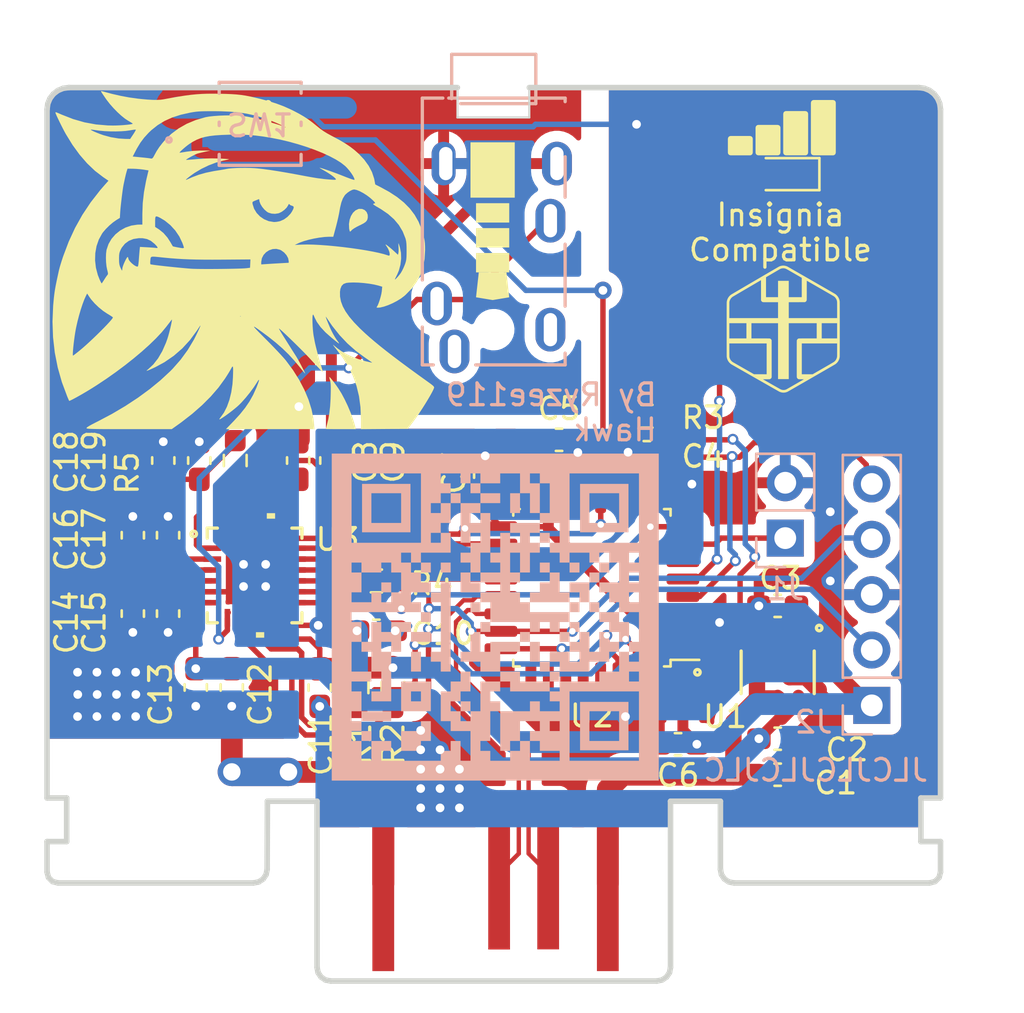
<source format=kicad_pcb>
(kicad_pcb (version 20221018) (generator pcbnew)
  (title_block (title "Hawk") (date "March 2024") (rev "1") (company "Ryzee119"))
  (layers (0 "F.Cu" signal) (31 "B.Cu" signal) (34 "B.Paste" user) (35 "F.Paste" user) (36 "B.SilkS" user "B.Silkscreen") (37 "F.SilkS" user "F.Silkscreen") (38 "B.Mask" user) (39 "F.Mask" user) (44 "Edge.Cuts" user))
  (net 0 "")
  (net 1 "+3V3")
  (net 2 "GND")
  (net 3 "+1V8")
  (net 4 "/NRESET")
  (net 5 "+5V")
  (net 6 "/SWDCLK")
  (net 7 "/I2C1_SCL")
  (net 8 "/I2C1_SDA")
  (net 9 "/USB_DP")
  (net 10 "/UART2_TX")
  (net 11 "/MCLK")
  (net 12 "/!IRQ")
  (net 13 "/BCLK")
  (net 14 "/LPCLK")
  (net 15 "/SDIN")
  (net 16 "/SDOUT")
  (net 17 "Net-(D1-K)")
  (net 18 "Net-(D1-A)")
  (net 19 "GNDA")
  (net 20 "/USB_DN")
  (net 21 "Net-(U3-MICLN)")
  (net 22 "Net-(U3-MICLP)")
  (net 23 "Net-(C9-Pad1)")
  (net 24 "Net-(U3-REF)")
  (net 25 "Net-(U3-PREG)")
  (net 26 "Net-(U3-REG)")
  (net 27 "Net-(U3-MICBIAS)")
  (net 28 "Net-(U3-OUTP)")
  (net 31 "Net-(U3-SDOUT)")
  (net 32 "Net-(U2-PB0)")
  (footprint "Resistor_SMD:R_0603_1608Metric_Pad0.98x0.95mm_HandSolder" (layer "F.Cu") (at 144.0205 109.411 -90)
    (fp_text reference "R2")
    (fp_text value "1.5k")
  )
  (footprint "Capacitor_SMD:C_0603_1608Metric_Pad1.08x0.95mm_HandSolder" (layer "F.Cu") (at 157.1015 112.0115 180)
    (fp_text reference "C6")
    (fp_text value "100nF")
  )
  (footprint "Capacitor_SMD:C_0603_1608Metric_Pad1.08x0.95mm_HandSolder" (layer "F.Cu") (at 161.6735 113.4085)
    (fp_text reference "C1")
    (fp_text value "10uF")
  )
  (footprint "Resistor_SMD:R_0603_1608Metric_Pad0.98x0.95mm_HandSolder" (layer "F.Cu") (at 143.2585 104.5185 180)
    (fp_text reference "R4")
    (fp_text value "150")
  )
  (footprint "Capacitor_SMD:C_0603_1608Metric_Pad1.08x0.95mm_HandSolder" (layer "F.Cu") (at 139.6687 98.991 -90)
    (fp_text reference "C8")
    (fp_text value "1uF")
  )
  (footprint "NetTie:NetTie-2_THT_Pad1.0mm" (layer "F.Cu") (at 139.2245 113.2815 180)
    (fp_text reference "NT1" hide)
    (fp_text value "NetTie_2" hide)
  )
  (footprint "TestPoint:TestPoint_Pad_1.0x1.0mm" (layer "F.Cu") (at 151.141155 117.923795 180)
    (fp_text reference "TP4" hide)
    (fp_text value "USB_DP")
  )
  (footprint "AP7312_1833W6_7:SOT26_DIO" (layer "F.Cu") (at 161.6735 108.7095 -90)
    (fp_text reference "U1")
    (fp_text value "AP7312-1833W6-7")
  )
  (footprint "Capacitor_SMD:C_0603_1608Metric_Pad1.08x0.95mm_HandSolder" (layer "F.Cu") (at 155.6707 98.61 180)
    (fp_text reference "C4")
    (fp_text value "100nF")
  )
  (footprint "Capacitor_SMD:C_0603_1608Metric_Pad1.08x0.95mm_HandSolder" (layer "F.Cu") (at 161.6735 111.7575)
    (fp_text reference "C2")
    (fp_text value "10uF")
  )
  (footprint "Capacitor_SMD:C_0603_1608Metric_Pad1.08x0.95mm_HandSolder" (layer "F.Cu") (at 141.1927 98.991 -90)
    (fp_text reference "C9")
    (fp_text value "1uF")
  )
  (footprint "Capacitor_SMD:C_0603_1608Metric_Pad1.08x0.95mm_HandSolder" (layer "F.Cu") (at 135.1305 98.991 90)
    (fp_text reference "C19")
    (fp_text value "1uF")
  )
  (footprint "Package_QFP:LQFP-32_7x7mm_P0.8mm" (layer "F.Cu") (at 153.1485 104.8295 180)
    (fp_text reference "U2")
    (fp_text value "STM32G431K6Tx")
  )
  (footprint "LOGO" (layer "F.Cu") (at 136.6545 86.9925)
    (fp_text reference "G***")
    (fp_text value "LOGO" hide)
  )
  (footprint "Capacitor_SMD:C_0603_1608Metric_Pad1.08x0.95mm_HandSolder" (layer "F.Cu") (at 133.4795 98.991 90)
    (fp_text reference "C18")
    (fp_text value "1uF")
  )
  (footprint "LED_SMD:LED_0603_1608Metric_Pad1.05x0.95mm_HandSolder" (layer "F.Cu") (at 161.9275 85.8495 180)
    (fp_text reference "D1" hide)
    (fp_text value "LED")
  )
  (footprint "Capacitor_SMD:C_0603_1608Metric_Pad1.08x0.95mm_HandSolder" (layer "F.Cu") (at 140.6591 109.411 -90)
    (fp_text reference "C11")
    (fp_text value "1uF")
  )
  (footprint "Capacitor_SMD:C_0603_1608Metric_Pad1.08x0.95mm_HandSolder" (layer "F.Cu") (at 148.2525 99.6385 90)
    (fp_text reference "C7")
    (fp_text value "100nF")
  )
  (footprint "Capacitor_SMD:C_0603_1608Metric_Pad1.08x0.95mm_HandSolder" (layer "F.Cu") (at 136.6207 109.405 -90)
    (fp_text reference "C12")
    (fp_text value "10uF")
  )
  (footprint "Capacitor_SMD:C_0603_1608Metric_Pad1.08x0.95mm_HandSolder" (layer "F.Cu") (at 132.0825 102.42 90)
    (fp_text reference "C16")
    (fp_text value "1uF")
  )
  (footprint "Capacitor_SMD:C_0603_1608Metric_Pad1.08x0.95mm_HandSolder" (layer "F.Cu") (at 133.6997 106.016 -90)
    (fp_text reference "C15")
    (fp_text value "1uF")
  )
  (footprint "MAX9860:21-0139I_T2444-4_MXM" (layer "F.Cu") (at 137.6705 104.2645)
    (fp_text reference "U3")
    (fp_text value "MAX9860ETG+T")
  )
  (footprint "LOGO" (layer "F.Cu") (at 161.9275 92.9615)
    (fp_text reference "G***" hide)
    (fp_text value "LOGO" hide)
  )
  (footprint "Capacitor_SMD:C_0603_1608Metric_Pad1.08x0.95mm_HandSolder" (layer "F.Cu") (at 161.6735 105.6615 180)
    (fp_text reference "C3")
    (fp_text value "10uF")
  )
  (footprint "Capacitor_SMD:C_0603_1608Metric_Pad1.08x0.95mm_HandSolder" (layer "F.Cu") (at 133.6997 102.42 90)
    (fp_text reference "C17")
    (fp_text value "1uF")
  )
  (footprint "Capacitor_SMD:C_0603_1608Metric_Pad1.08x0.95mm_HandSolder" (layer "F.Cu") (at 151.6405 98.0415)
    (fp_text reference "C5")
    (fp_text value "100nF")
  )
  (footprint "TestPoint:TestPoint_Pad_1.0x1.0mm" (layer "F.Cu") (at 148.890614 117.929844 180)
    (fp_text reference "TP3" hide)
    (fp_text value "USB_DM")
  )
  (footprint "Resistor_SMD:R_0603_1608Metric_Pad0.98x0.95mm_HandSolder" (layer "F.Cu") (at 136.7815 98.991 90)
    (fp_text reference "R5")
    (fp_text value "1.5k")
  )
  (footprint "Capacitor_SMD:C_0603_1608Metric_Pad1.08x0.95mm_HandSolder" (layer "F.Cu") (at 143.2585 106.8045)
    (fp_text reference "C10")
    (fp_text value "1uF")
  )
  (footprint "TestPoint:TestPoint_Pad_1.0x1.0mm" (layer "F.Cu") (at 153.878516 118.421729 180)
    (fp_text reference "TP1" hide)
    (fp_text value "USB_5V")
  )
  (footprint "TestPoint:TestPoint_Pad_1.0x1.0mm" (layer "F.Cu") (at 143.574057 118.421729 180)
    (fp_text reference "TP2" hide)
    (fp_text value "USB_GND")
  )
  (footprint "Capacitor_SMD:C_0603_1608Metric_Pad1.08x0.95mm_HandSolder" (layer "F.Cu") (at 134.9697 109.405 -90)
    (fp_text reference "C13")
    (fp_text value "100nF")
  )
  (footprint "Resistor_SMD:R_0603_1608Metric_Pad0.98x0.95mm_HandSolder" (layer "F.Cu") (at 155.6707 96.959)
    (fp_text reference "R3")
    (fp_text value "150")
  )
  (footprint "Capacitor_SMD:C_0603_1608Metric_Pad1.08x0.95mm_HandSolder" (layer "F.Cu") (at 132.0825 106.016 -90)
    (fp_text reference "C14")
    (fp_text value "1uF")
  )
  (footprint "Resistor_SMD:R_0603_1608Metric_Pad0.98x0.95mm_HandSolder" (layer "F.Cu") (at 142.3695 109.411 -90)
    (fp_text reference "R1")
    (fp_text value "1.5k")
  )
  (footprint "LOGO" (layer "B.Cu") (at 148.7195 106.1695 180)
    (fp_text reference "G***" hide)
    (fp_text value "LOGO" hide)
  )
  (footprint "Connector_PinHeader_2.54mm:PinHeader_1x02_P2.54mm_Vertical" (layer "B.Cu") (at 162.0207 102.552)
    (fp_text reference "J1")
    (fp_text value "UART2")
  )
  (footprint "EVQ_P7A01P:EVQ_P7_PAN" (layer "B.Cu") (at 137.9245 83.541501)
    (fp_text reference "SW1")
    (fp_text value "EVQ-P7A01P")
  )
  (footprint "Connector_PinHeader_2.54mm:PinHeader_1x05_P2.54mm_Vertical" (layer "B.Cu") (at 165.9915 110.2285)
    (fp_text reference "J2")
    (fp_text value "SWD")
  )
  (footprint "54-00298:54-00298" (layer "B.Cu") (at 150.3197 81.301251 180)
    (fp_text reference "J3" hide)
    (fp_text value "54-00298" hide)
  )
  (gr_poly (pts (xy 149.2275 90.358) (xy 149.3545 91.501) (xy 148.5925 91.628) (xy 147.8305 91.501) (xy 147.9575 90.358)) (fill solid) (layer "F.SilkS"))
  (gr_circle (center 163.5785 106.6775) (end 163.7055 106.6775) (stroke (width 0.15)) (fill none) (layer "F.SilkS"))
  (gr_rect (start 147.8305 89.469) (end 149.3545 90.358) (fill solid) (layer "F.SilkS"))
  (gr_rect (start 147.5765 84.389) (end 149.6085 86.929) (fill solid) (layer "F.SilkS"))
  (gr_circle (center 134.8765 102.3595) (end 135.0035 102.3595) (stroke (width 0.15)) (fill none) (layer "F.SilkS"))
  (gr_rect (start 147.8305 87.183) (end 149.3545 88.072) (fill solid) (layer "F.SilkS"))
  (gr_circle (center 157.9905 108.7095) (end 158.1175 108.7095) (stroke (width 0.15)) (fill none) (layer "F.SilkS"))
  (gr_rect (start 147.8305 88.326) (end 149.3545 89.215) (fill solid) (layer "F.SilkS"))
  (gr_line (start 146.9763 81.8765) (end 129.1455 81.8765) (stroke (width 0.254)) (layer "Edge.Cuts"))
  (gr_line (start 159.4313 118.3289) (end 159.6705 118.3765) (stroke (width 0.254)) (layer "Edge.Cuts"))
  (gr_line (start 128.2125 118.1265) (end 128.3955 118.3095) (stroke (width 0.254)) (layer "Edge.Cuts"))
  (gr_line (start 138.1979 117.9907) (end 138.2455 117.7515) (stroke (width 0.254)) (layer "Edge.Cuts"))
  (gr_line (start 150.2763 81.8765) (end 150.2763 83.249) (stroke (width 0.1)) (layer "Edge.Cuts"))
  (gr_line (start 169.1455 114.4765) (end 168.2455 114.4765) (stroke (width 0.254)) (layer "Edge.Cuts"))
  (gr_line (start 168.6455 118.3765) (end 168.8955 118.3095) (stroke (width 0.254)) (layer "Edge.Cuts"))
  (gr_line (start 128.4384 82.1694) (end 128.2795 82.3765) (stroke (width 0.254)) (layer "Edge.Cuts"))
  (gr_line (start 169.0785 118.1265) (end 169.1455 117.8765) (stroke (width 0.254)) (layer "Edge.Cuts"))
  (gr_line (start 169.1114 82.6177) (end 169.0115 82.3765) (stroke (width 0.254)) (layer "Edge.Cuts"))
  (gr_line (start 168.6455 118.3765) (end 159.6705 118.3765) (stroke (width 0.254)) (layer "Edge.Cuts"))
  (gr_line (start 128.2795 82.3765) (end 128.1796 82.6177) (stroke (width 0.254)) (layer "Edge.Cuts"))
  (gr_line (start 137.8597 118.3289) (end 138.0624 118.1934) (stroke (width 0.254)) (layer "Edge.Cuts"))
  (gr_line (start 128.1796 82.6177) (end 128.1455 82.8765) (stroke (width 0.254)) (layer "Edge.Cuts"))
  (gr_line (start 159.2286 118.1934) (end 159.4313 118.3289) (stroke (width 0.254)) (layer "Edge.Cuts"))
  (gr_line (start 128.3955 118.3095) (end 128.6455 118.3765) (stroke (width 0.254)) (layer "Edge.Cuts"))
  (gr_line (start 138.0624 118.1934) (end 138.1979 117.9907) (stroke (width 0.254)) (layer "Edge.Cuts"))
  (gr_line (start 140.5355 114.6265) (end 138.258 114.6265) (stroke (width 0.254)) (layer "Edge.Cuts"))
  (gr_line (start 140.7186 122.6934) (end 140.9213 122.8289) (stroke (width 0.254)) (layer "Edge.Cuts"))
  (gr_line (start 168.6455 82.0105) (end 168.4043 81.9106) (stroke (width 0.254)) (layer "Edge.Cuts"))
  (gr_line (start 140.9213 122.8289) (end 141.1605 122.8765) (stroke (width 0.254)) (layer "Edge.Cuts"))
  (gr_line (start 168.2455 114.4765) (end 168.2455 116.4765) (stroke (width 0.254)) (layer "Edge.Cuts"))
  (gr_line (start 156.5724 122.6934) (end 156.7079 122.4907) (stroke (width 0.254)) (layer "Edge.Cuts"))
  (gr_line (start 156.1305 122.8765) (end 141.1605 122.8765) (stroke (width 0.254)) (layer "Edge.Cuts"))
  (gr_line (start 168.8955 118.3095) (end 169.0785 118.1265) (stroke (width 0.254)) (layer "Edge.Cuts"))
  (gr_line (start 156.7079 122.4907) (end 156.7555 122.2515) (stroke (width 0.254)) (layer "Edge.Cuts"))
  (gr_line (start 137.6205 118.3765) (end 137.8597 118.3289) (stroke (width 0.254)) (layer "Edge.Cuts"))
  (gr_line (start 137.6205 118.3765) (end 128.6455 118.3765) (stroke (width 0.254)) (layer "Edge.Cuts"))
  (gr_line (start 140.5831 122.4907) (end 140.7186 122.6934) (stroke (width 0.254)) (layer "Edge.Cuts"))
  (gr_line (start 159.0455 114.6265) (end 159.0455 117.7515) (stroke (width 0.254)) (layer "Edge.Cuts"))
  (gr_line (start 128.6455 82.0105) (end 128.4384 82.1694) (stroke (width 0.254)) (layer "Edge.Cuts"))
  (gr_line (start 129.1455 81.8765) (end 128.8867 81.9106) (stroke (width 0.254)) (layer "Edge.Cuts"))
  (gr_line (start 129.0455 116.4765) (end 128.1455 116.4765) (stroke (width 0.254)) (layer "Edge.Cuts"))
  (gr_line (start 169.1455 116.4765) (end 168.2455 116.4765) (stroke (width 0.254)) (layer "Edge.Cuts"))
  (gr_line (start 168.1455 81.8765) (end 150.2763 81.8765) (stroke (width 0.254)) (layer "Edge.Cuts"))
  (gr_line (start 156.1305 122.8765) (end 156.3697 122.8289) (stroke (width 0.254)) (layer "Edge.Cuts"))
  (gr_line (start 140.5355 122.2515) (end 140.5831 122.4907) (stroke (width 0.254)) (layer "Edge.Cuts"))
  (gr_line (start 129.0455 114.4765) (end 129.0455 116.4765) (stroke (width 0.254)) (layer "Edge.Cuts"))
  (gr_line (start 168.4043 81.9106) (end 168.1455 81.8765) (stroke (width 0.254)) (layer "Edge.Cuts"))
  (gr_line (start 168.8526 82.1694) (end 168.6455 82.0105) (stroke (width 0.254)) (layer "Edge.Cuts"))
  (gr_line (start 128.8867 81.9106) (end 128.6455 82.0105) (stroke (width 0.254)) (layer "Edge.Cuts"))
  (gr_line (start 128.1455 82.8765) (end 128.1455 114.4765) (stroke (width 0.254)) (layer "Edge.Cuts"))
  (gr_line (start 150.2763 83.249) (end 146.9763 83.249) (stroke (width 0.1)) (layer "Edge.Cuts"))
  (gr_line (start 128.1455 117.8765) (end 128.2125 118.1265) (stroke (width 0.254)) (layer "Edge.Cuts"))
  (gr_line (start 146.9763 83.249) (end 146.9763 81.8765) (stroke (width 0.1)) (layer "Edge.Cuts"))
  (gr_line (start 156.3697 122.8289) (end 156.5724 122.6934) (stroke (width 0.254)) (layer "Edge.Cuts"))
  (gr_line (start 138.258 114.6265) (end 138.2455 117.7515) (stroke (width 0.254)) (layer "Edge.Cuts"))
  (gr_line (start 159.0455 114.6265) (end 156.7555 114.6265) (stroke (width 0.254)) (layer "Edge.Cuts"))
  (gr_line (start 129.0455 114.4765) (end 128.1455 114.4765) (stroke (width 0.254)) (layer "Edge.Cuts"))
  (gr_line (start 128.1455 116.4765) (end 128.1455 117.8765) (stroke (width 0.254)) (layer "Edge.Cuts"))
  (gr_line (start 156.7555 114.6265) (end 156.7555 122.2515) (stroke (width 0.254)) (layer "Edge.Cuts"))
  (gr_line (start 140.5355 114.6265) (end 140.5355 122.2515) (stroke (width 0.254)) (layer "Edge.Cuts"))
  (gr_line (start 169.1455 82.8765) (end 169.1114 82.6177) (stroke (width 0.254)) (layer "Edge.Cuts"))
  (gr_line (start 159.0931 117.9907) (end 159.2286 118.1934) (stroke (width 0.254)) (layer "Edge.Cuts"))
  (gr_line (start 169.1455 82.8765) (end 169.1455 114.4765) (stroke (width 0.254)) (layer "Edge.Cuts"))
  (gr_line (start 169.1455 116.4765) (end 169.1455 117.8765) (stroke (width 0.254)) (layer "Edge.Cuts"))
  (gr_line (start 169.0115 82.3765) (end 168.8526 82.1694) (stroke (width 0.254)) (layer "Edge.Cuts"))
  (gr_line (start 159.0455 117.7515) (end 159.0931 117.9907) (stroke (width 0.254)) (layer "Edge.Cuts"))
  (gr_text "JLCJLCJLCJLC" (at 168.6585 113.7895) (layer "B.SilkS") (effects (font (size 1 1)) (justify left bottom mirror)))
  (gr_text "By Ryzee119\nHawk" (at 156.2125 98.1685) (layer "B.SilkS") (effects (font (size 1 1)) (justify left bottom mirror)))
  (gr_text "↑" (at 137.1625 83.9445) (layer "F.SilkS") (effects (font (size 1.5 1.5) (thickness 0.3) bold) (justify left bottom)))
  (gr_text "Insignia\nCompatible" (at 161.8005 89.9135) (layer "F.SilkS") (effects (font (size 1 1)) (justify bottom)))
  (segment (start 138.6134 107.1855) (end 140.2105 107.1855) (width 0.25) (layer "F.Cu") (net 1))
  (segment (start 138.420501 106.2584) (end 138.420501 106.538501) (width 0.25) (layer "F.Cu") (net 1))
  (segment (start 156.560327 107.6295) (end 157.3235 107.6295) (width 0.5) (layer "F.Cu") (net 1))
  (segment (start 138.420501 106.538501) (end 138.4325 106.5505) (width 0.25) (layer "F.Cu") (net 1))
  (segment (start 148.2525 100.501) (end 148.2525 101.3085) (width 0.25) (layer "F.Cu") (net 1))
  (segment (start 162.623501 107.5095) (end 163.08 107.5095) (width 0.75) (layer "F.Cu") (net 1))
  (segment (start 140.6591 108.5485) (end 142.3195 108.5485) (width 1) (layer "F.Cu") (net 1))
  (segment (start 138.420501 106.2584) (end 138.420501 106.992601) (width 0.25) (layer "F.Cu") (net 1))
  (segment (start 157.3235 111.371) (end 157.3235 107.6295) (width 0.5) (layer "F.Cu") (net 1))
  (segment (start 151.0725 102.0295) (end 151.1485 102.1055) (width 0.25) (layer "F.Cu") (net 1))
  (segment (start 151.1485 100.6545) (end 151.1485 98.412) (width 0.5) (layer "F.Cu") (net 1))
  (segment (start 151.1485 102.1215) (end 156.1235 107.0965) (width 0.5) (layer "F.Cu") (net 1))
  (segment (start 151.1485 98.412) (end 150.778 98.0415) (width 0.5) (layer "F.Cu") (net 1))
  (segment (start 151.1485 102.1055) (end 151.1485 102.1215) (width 0.5) (layer "F.Cu") (net 1))
  (segment (start 162.623501 107.5095) (end 162.623501 105.749001) (width 0.75) (layer "F.Cu") (net 1))
  (segment (start 157.964 112.0115) (end 157.3235 111.371) (width 0.5) (layer "F.Cu") (net 1))
  (segment (start 140.6591 107.6341) (end 140.6591 108.5485) (width 0.25) (layer "F.Cu") (net 1))
  (segment (start 142.3695 108.4985) (end 144.0205 108.4985) (width 1) (layer "F.Cu") (net 1))
  (segment (start 162.623501 105.749001) (end 162.536 105.6615) (width 0.75) (layer "F.Cu") (net 1))
  (segment (start 140.6696 108.559) (end 140.6591 108.5485) (width 0.25) (layer "F.Cu") (net 1))
  (segment (start 148.9735 102.0295) (end 151.0725 102.0295) (width 0.25) (layer "F.Cu") (net 1))
  (segment (start 144.0205 108.4555) (end 144.0205 108.4985) (width 1) (layer "F.Cu") (net 1))
  (segment (start 156.1235 107.0965) (end 156.1235 107.192673) (width 0.5) (layer "F.Cu") (net 1))
  (segment (start 142.3195 108.5485) (end 142.3695 108.4985) (width 0.25) (layer "F.Cu") (net 1))
  (segment (start 163.08 107.5095) (end 165.7375 110.167) (width 0.75) (layer "F.Cu") (net 1))
  (segment (start 148.2525 101.3085) (end 148.9735 102.0295) (width 0.25) (layer "F.Cu") (net 1))
  (segment (start 140.2105 107.1855) (end 140.6591 107.6341) (width 0.25) (layer "F.Cu") (net 1))
  (segment (start 151.1485 100.6545) (end 151.1485 102.1055) (width 0.5) (layer "F.Cu") (net 1))
  (segment (start 156.1235 107.192673) (end 156.560327 107.6295) (width 0.5) (layer "F.Cu") (net 1))
  (segment (start 138.420501 106.992601) (end 138.6134 107.1855) (width 0.25) (layer "F.Cu") (net 1))
  (via (at 144.0205 108.4985) (size 0.8) (drill 0.4) (layers "F.Cu" "B.Cu") (net 1))
  (via (at 157.964 112.0115) (size 0.8) (drill 0.4) (layers "F.Cu" "B.Cu") (net 1))
  (segment (start 157.964 112.0115) (end 157.864 111.9115) (width 0.5) (layer "B.Cu") (net 1))
  (segment (start 158.959944 111.9115) (end 160.704444 110.167) (width 1) (layer "B.Cu") (net 1))
  (segment (start 157.864 111.9115) (end 156.9745 111.9115) (width 0.5) (layer "B.Cu") (net 1))
  (segment (start 144.0205 108.4985) (end 146.127135 108.4985) (width 1) (layer "B.Cu") (net 1))
  (segment (start 156.9745 111.9115) (end 158.959944 111.9115) (width 1) (layer "B.Cu") (net 1))
  (segment (start 160.704444 110.167) (end 165.7375 110.167) (width 1) (layer "B.Cu") (net 1))
  (segment (start 146.127135 108.4985) (end 149.540135 111.9115) (width 1) (layer "B.Cu") (net 1))
  (segment (start 149.540135 111.9115) (end 156.9745 111.9115) (width 1) (layer "B.Cu") (net 1))
  (segment (start 163.552 109.510917) (end 163.552 110.7415) (width 0.75) (layer "F.Cu") (net 2))
  (segment (start 162.223501 108.9345) (end 162.975583 108.9345) (width 0.75) (layer "F.Cu") (net 2))
  (segment (start 139.2245 113.2815) (end 140.7185 113.2815) (width 1) (layer "F.Cu") (net 2))
  (segment (start 160.9115 105.7885) (end 160.9115 105.762) (width 0.75) (layer "F.Cu") (net 2))
  (segment (start 160.9115 105.762) (end 160.811 105.6615) (width 0.75) (layer "F.Cu") (net 2))
  (segment (start 161.6735 106.524) (end 160.938 105.7885) (width 0.75) (layer "F.Cu") (net 2))
  (segment (start 151.9485 100.6545) (end 151.9485 99.177) (width 0.5) (layer "F.Cu") (net 2))
  (segment (start 151.9485 99.177) (end 152.503 98.6225) (width 0.5) (layer "F.Cu") (net 2))
  (segment (start 139.216899 106.554799) (end 138.9205 106.2584) (width 0.25) (layer "F.Cu") (net 2))
  (segment (start 162.536 113.4085) (end 162.536 111.7575) (width 1) (layer "F.Cu") (net 2))
  (segment (start 161.673501 108.3845) (end 162.223501 108.9345) (width 0.75) (layer "F.Cu") (net 2))
  (segment (start 160.938 105.7885) (end 160.9115 105.7885) (width 0.75) (layer "F.Cu") (net 2))
  (segment (start 143.574057 118.421729) (end 143.574057 114.6785) (width 1) (layer "F.Cu") (net 2))
  (segment (start 163.552 110.7415) (end 162.536 111.7575) (width 0.75) (layer "F.Cu") (net 2))
  (segment (start 161.6735 107.5095) (end 161.6735 106.524) (width 0.75) (layer "F.Cu") (net 2))
  (segment (start 162.975583 108.9345) (end 163.552 109.510917) (width 0.75) (layer "F.Cu") (net 2))
  (segment (start 161.6735 107.5095) (end 161.673501 108.3845) (width 0.75) (layer "F.Cu") (net 2))
  (segment (start 140.587201 106.554799) (end 139.216899 106.554799) (width 0.25) (layer "F.Cu") (net 2))
  (segment (start 143.574057 118.421729) (end 143.574057 114.837057) (width 1) (layer "F.Cu") (net 2))
  (via (at 146.1795 112.2655) (size 0.8) (drill 0.4) (layers "F.Cu" "B.Cu") (net 2))
  (via (at 152.503 98.6225) (size 0.8) (drill 0.4) (layers "F.Cu" "B.Cu") (net 2))
  (via (at 145.2905 112.2655) (size 0.8) (drill 0.4) (layers "F.Cu" "B.Cu") (net 2))
  (via (at 159.0065 106.4235) (size 0.8) (drill 0.4) (layers "F.Cu" "B.Cu") (net 2))
  (via (at 154.6885 110.7415) (size 0.8) (drill 0.4) (layers "F.Cu" "B.Cu") (net 2))
  (via (at 147.0685 114.9325) (size 0.8) (drill 0.4) (layers "F.Cu" "B.Cu") (net 2))
  (via (at 154.8082 98.61) (size 0.8) (drill 0.4) (layers "F.Cu" "B.Cu") (net 2))
  (via (at 164.0865 104.5185) (size 0.8) (drill 0.4) (layers "F.Cu" "B.Cu") (net 2))
  (via (at 145.2905 113.1545) (size 0.8) (drill 0.4) (layers "F.Cu" "B.Cu") (net 2))
  (via (at 145.2905 114.0435) (size 0.8) (drill 0.4) (layers "F.Cu" "B.Cu") (net 2))
  (via (at 140.6591 110.2735) (size 0.8) (drill 0.4) (layers "F.Cu" "B.Cu") (net 2))
  (via (at 146.1795 113.1545) (size 0.8) (drill 0.4) (layers "F.Cu" "B.Cu") (net 2))
  (via (at 146.1795 114.9325) (size 0.8) (drill 0.4) (layers "F.Cu" "B.Cu") (net 2))
  (via (at 146.1795 114.0435) (size 0.8) (drill 0.4) (layers "F.Cu" "B.Cu") (net 2))
  (via (at 140.587201 106.554799) (size 0.8) (drill 0.4) (layers "F.Cu" "B.Cu") (net 2))
  (via (at 155.1965 83.5635) (size 0.8) (drill 0.4) (layers "F.Cu" "B.Cu") (net 2))
  (via (at 145.2905 114.9325) (size 0.8) (drill 0.4) (layers "F.Cu" "B.Cu") (net 2))
  (via (at 157.7365 100.0735) (size 0.8) (drill 0.4) (layers "F.Cu" "B.Cu") (net 2))
  (via (at 148.2525 98.776) (size 0.8) (drill 0.4) (layers "F.Cu" "B.Cu") (net 2))
  (via (at 147.0685 113.1545) (size 0.8) (drill 0.4) (layers "F.Cu" "B.Cu") (net 2))
  (via (at 147.0685 114.0435) (size 0.8) (drill 0.4) (layers "F.Cu" "B.Cu") (net 2))
  (via (at 164.0865 101.3435) (size 0.8) (drill 0.4) (layers "F.Cu" "B.Cu") (net 2))
  (via (at 145.2905 111.3765) (size 0.8) (drill 0.4) (layers "F.Cu" "B.Cu") (net 2))
  (via (at 160.811 105.6615) (size 0.8) (drill 0.4) (layers "F.Cu" "B.Cu") (net 2))
  (via (at 144.121 106.8045) (size 0.8) (drill 0.4) (layers "F.Cu" "B.Cu") (net 2))
  (segment (start 150.562841 83.5635) (end 150.452341 83.674) (width 0.25) (layer "B.Cu") (net 2))
  (segment (start 155.1965 83.5635) (end 150.562841 83.5635) (width 0.25) (layer "B.Cu") (net 2))
  (segment (start 140.829 83.674) (end 139.9565 82.8015) (width 0.25) (layer "B.Cu") (net 2))
  (segment (start 150.452341 83.674) (end 140.829 83.674) (width 0.25) (layer "B.Cu") (net 2))
  (segment (start 141.8615 82.8015) (end 134.1145 82.8015) (width 1) (layer "B.Cu") (net 2))
  (segment (start 140.439341 82.5475) (end 139.9565 82.5475) (width 0.25) (layer "B.Cu") (net 2))
  (segment (start 136.6207 108.5425) (end 134.9697 108.5425) (width 0.5) (layer "F.Cu") (net 3))
  (segment (start 162.623501 109.9095) (end 162.623501 110.126225) (width 0.5) (layer "F.Cu") (net 3))
  (segment (start 160.7845 111.7575) (end 160.7845 111.784) (width 0.25) (layer "F.Cu") (net 3))
  (segment (start 160.811 111.7575) (end 160.811 111.7575) (width 0.25) (layer "F.Cu") (net 3))
  (segment (start 141.8615 106.8045) (end 142.3695 106.8045) (width 0.25) (layer "F.Cu") (net 3))
  (segment (start 134.9697 108.5425) (end 134.9697 108.4217) (width 0.25) (layer "F.Cu") (net 3))
  (segment (start 162.623501 110.126225) (end 161.881226 110.8685) (width 0.5) (layer "F.Cu") (net 3))
  (segment (start 134.8765 108.3285) (end 134.9697 108.2353) (width 0.25) (layer "F.Cu") (net 3))
  (segment (start 142.3695 106.8045) (end 142.396 106.8045) (width 0.25) (layer "F.Cu") (net 3))
  (segment (start 161.7 110.8685) (end 160.811 111.7575) (width 0.5) (layer "F.Cu") (net 3))
  (segment (start 161.881226 110.8685) (end 161.7 110.8685) (width 0.5) (layer "F.Cu") (net 3))
  (segment (start 140.5715 105.5145) (end 141.8615 106.8045) (width 0.25) (layer "F.Cu") (net 3))
  (segment (start 135.1505 105.5145) (end 135.6766 105.5145) (width 0.25) (layer "F.Cu") (net 3))
  (segment (start 134.9697 108.2353) (end 134.9697 105.6953) (width 0.25) (layer "F.Cu") (net 3))
  (segment (start 136.6267 108.5485) (end 136.6207 108.5425) (width 0.25) (layer "F.Cu") (net 3))
  (segment (start 134.9697 108.4217) (end 134.8765 108.3285) (width 0.25) (layer "F.Cu") (net 3))
  (segment (start 160.811 111.7575) (end 160.7845 111.7575) (width 0.25) (layer "F.Cu") (net 3))
  (segment (start 134.9697 105.6953) (end 135.1505 105.5145) (width 0.25) (layer "F.Cu") (net 3))
  (segment (start 140.5715 105.5145) (end 139.6644 105.5145) (width 0.25) (layer "F.Cu") (net 3))
  (via (at 142.3695 106.8045) (size 0.8) (drill 0.4) (layers "F.Cu" "B.Cu") (net 3))
  (via (at 134.9697 108.5425) (size 0.8) (drill 0.4) (layers "F.Cu" "B.Cu") (net 3))
  (via (at 160.811 111.7575) (size 0.8) (drill 0.4) (layers "F.Cu" "B.Cu") (net 3))
  (segment (start 140.8055 108.5425) (end 141.9615 109.6985) (width 1) (layer "B.Cu") (net 3))
  (segment (start 141.9615 109.6985) (end 142.2425 109.9795) (width 1) (layer "B.Cu") (net 3))
  (segment (start 142.3695 106.8045) (end 142.3695 109.2905) (width 1) (layer "B.Cu") (net 3))
  (segment (start 142.2425 109.9795) (end 145.72779 109.9795) (width 1) (layer "B.Cu") (net 3))
  (segment (start 145.72779 109.9795) (end 148.85979 113.1115) (width 1) (layer "B.Cu") (net 3))
  (segment (start 134.9697 108.5425) (end 140.8055 108.5425) (width 1) (layer "B.Cu") (net 3))
  (segment (start 142.3695 109.2905) (end 141.9615 109.6985) (width 1) (layer "B.Cu") (net 3))
  (segment (start 148.85979 113.1115) (end 159.457 113.1115) (width 1) (layer "B.Cu") (net 3))
  (segment (start 159.457 113.1115) (end 160.811 111.7575) (width 1) (layer "B.Cu") (net 3))
  (segment (start 165.7375 99.1845) (end 164.7215 98.1685) (width 0.25) (layer "F.Cu") (net 4))
  (segment (start 165.7375 100.007) (end 165.7375 99.1845) (width 0.25) (layer "F.Cu") (net 4))
  (segment (start 156.7602 98.837) (end 156.5332 98.61) (width 0.25) (layer "F.Cu") (net 4))
  (segment (start 158.095172 105.2295) (end 157.3235 105.2295) (width 0.25) (layer "F.Cu") (net 4))
  (segment (start 164.7215 98.1685) (end 160.594 98.1685) (width 0.25) (layer "F.Cu") (net 4))
  (segment (start 157.3235 105.2295) (end 157.909896 105.2295) (width 0.25) (layer "F.Cu") (net 4))
  (segment (start 159.9255 98.837) (end 156.7602 98.837) (width 0.25) (layer "F.Cu") (net 4))
  (segment (start 159.731836 103.592836) (end 158.095172 105.2295) (width 0.25) (layer "F.Cu") (net 4))
  (segment (start 160.594 98.1685) (end 159.9255 98.837) (width 0.25) (layer "F.Cu") (net 4))
  (via micro (at 159.581 98.8035) (size 0.5) (drill 0.3) (layers "F.Cu" "B.Cu") (net 4))
  (via micro (at 159.731836 103.592836) (size 0.5) (drill 0.3) (layers "F.Cu" "B.Cu") (net 4))
  (segment (start 159.481 98.9035) (end 159.581 98.8035) (width 0.25) (layer "B.Cu") (net 4))
  (segment (start 159.481 103.065327) (end 159.481 98.9035) (width 0.25) (layer "B.Cu") (net 4))
  (segment (start 159.731836 103.316163) (end 159.481 103.065327) (width 0.25) (layer "B.Cu") (net 4))
  (segment (start 159.731836 103.592836) (end 159.731836 103.316163) (width 0.25) (layer "B.Cu") (net 4))
  (segment (start 160.723499 109.9095) (end 160.723499 107.5095) (width 0.75) (layer "F.Cu") (net 5))
  (segment (start 160.723499 109.9095) (end 161.6735 109.9095) (width 0.75) (layer "F.Cu") (net 5))
  (segment (start 157.6657 98.0415) (end 156.5832 96.959) (width 0.25) (layer "F.Cu") (net 5))
  (segment (start 160.811 113.4085) (end 159.6415 113.4085) (width 1) (layer "F.Cu") (net 5))
  (segment (start 159.591033 98.0415) (end 157.6657 98.0415) (width 0.25) (layer "F.Cu") (net 5))
  (segment (start 159.9485 104.231773) (end 159.9485 106.734501) (width 0.25) (layer "F.Cu") (net 5))
  (segment (start 159.6415 110.991499) (end 159.6415 113.4085) (width 0.75) (layer "F.Cu") (net 5))
  (segment (start 160.619676 103.560597) (end 159.9485 104.231773) (width 0.25) (layer "F.Cu") (net 5))
  (segment (start 160.619676 103.4045) (end 160.619676 103.560597) (width 0.25) (layer "F.Cu") (net 5))
  (segment (start 160.723499 109.9095) (end 159.6415 110.991499) (width 0.75) (layer "F.Cu") (net 5))
  (segment (start 159.6415 113.4085) (end 154.5615 113.4085) (width 1) (layer "F.Cu") (net 5))
  (segment (start 159.9485 106.734501) (end 160.723499 107.5095) (width 0.25) (layer "F.Cu") (net 5))
  (segment (start 154.5615 113.4085) (end 153.878516 114.091484) (width 1) (layer "F.Cu") (net 5))
  (segment (start 159.615036 98.017497) (end 159.591033 98.0415) (width 0.25) (layer "F.Cu") (net 5))
  (segment (start 153.878516 118.421729) (end 153.878516 114.091484) (width 1) (layer "F.Cu") (net 5))
  (via micro (at 160.619676 103.4045) (size 0.5) (drill 0.3) (layers "F.Cu" "B.Cu") (net 5))
  (via micro (at 159.615036 98.017497) (size 0.5) (drill 0.3) (layers "F.Cu" "B.Cu") (net 5))
  (segment (start 160.619676 103.248403) (end 160.186 102.814727) (width 0.25) (layer "B.Cu") (net 5))
  (segment (start 160.186 102.814727) (end 160.186 98.5529) (width 0.25) (layer "B.Cu") (net 5))
  (segment (start 160.619676 103.4045) (end 160.619676 103.248403) (width 0.25) (layer "B.Cu") (net 5))
  (segment (start 159.650597 98.017497) (end 159.615036 98.017497) (width 0.25) (layer "B.Cu") (net 5))
  (segment (start 160.186 98.5529) (end 159.650597 98.017497) (width 0.25) (layer "B.Cu") (net 5))
  (segment (start 151.7675 107.6295) (end 148.9735 107.6295) (width 0.25) (layer "F.Cu") (net 6))
  (via micro (at 151.7675 107.6295) (size 0.5) (drill 0.3) (layers "F.Cu" "B.Cu") (net 6))
  (segment (start 152.3061 107.6295) (end 155.0336 104.902) (width 0.25) (layer "B.Cu") (net 6))
  (segment (start 155.0336 104.902) (end 163.2 104.902) (width 0.25) (layer "B.Cu") (net 6))
  (segment (start 163.2 104.902) (end 165.7375 107.4395) (width 0.25) (layer "B.Cu") (net 6))
  (segment (start 165.7375 107.4395) (end 165.7375 107.627) (width 0.25) (layer "B.Cu") (net 6))
  (segment (start 151.7675 107.6295) (end 152.3061 107.6295) (width 0.25) (layer "B.Cu") (net 6))
  (segment (start 139.6445 107.6355) (end 138.427004 107.6355) (width 0.25) (layer "F.Cu") (net 7))
  (segment (start 144.674 109.511) (end 143.182 109.511) (width 0.25) (layer "F.Cu") (net 7))
  (segment (start 141.594 111.136) (end 140.188605 111.136) (width 0.25) (layer "F.Cu") (net 7))
  (segment (start 155.1485 107.6455) (end 155.1485 109.0045) (width 0.25) (layer "F.Cu") (net 7))
  (segment (start 139.8295 107.8205) (end 139.6445 107.6355) (width 0.25) (layer "F.Cu") (net 7))
  (segment (start 140.188605 111.136) (end 139.8295 110.776895) (width 0.25) (layer "F.Cu") (net 7))
  (segment (start 139.8295 110.776895) (end 139.8295 107.8205) (width 0.25) (layer "F.Cu") (net 7))
  (segment (start 142.3695 110.3605) (end 141.594 111.136) (width 0.25) (layer "F.Cu") (net 7))
  (segment (start 154.6885 107.1855) (end 155.1485 107.6455) (width 0.25) (layer "F.Cu") (net 7))
  (segment (start 145.0365 109.1485) (end 144.674 109.511) (width 0.25) (layer "F.Cu") (net 7))
  (segment (start 145.0365 107.4395) (end 145.0365 109.1485) (width 0.25) (layer "F.Cu") (net 7))
  (segment (start 138.427004 107.6355) (end 137.9205 107.128996) (width 0.25) (layer "F.Cu") (net 7))
  (segment (start 137.9205 107.128996) (end 137.9205 106.2584) (width 0.25) (layer "F.Cu") (net 7))
  (segment (start 142.3695 110.3235) (end 142.3695 110.3605) (width 0.25) (layer "F.Cu") (net 7))
  (segment (start 143.182 109.511) (end 142.3695 110.3235) (width 0.25) (layer "F.Cu") (net 7))
  (via micro (at 145.0365 107.4395) (size 0.5) (drill 0.3) (layers "F.Cu" "B.Cu") (net 7))
  (via micro (at 154.6885 107.1855) (size 0.5) (drill 0.3) (layers "F.Cu" "B.Cu") (net 7))
  (segment (start 147.633627 108.7785) (end 153.0955 108.7785) (width 0.25) (layer "B.Cu") (net 7))
  (segment (start 145.0365 107.4395) (end 146.294627 107.4395) (width 0.25) (layer "B.Cu") (net 7))
  (segment (start 146.294627 107.4395) (end 147.633627 108.7785) (width 0.25) (layer "B.Cu") (net 7))
  (segment (start 153.0955 108.7785) (end 154.6885 107.1855) (width 0.25) (layer "B.Cu") (net 7))
  (segment (start 139.3795 108.3865) (end 139.3795 110.963291) (width 0.25) (layer "F.Cu") (net 8))
  (segment (start 153.832399 107.011887) (end 153.832399 107.599399) (width 0.25) (layer "F.Cu") (net 8))
  (segment (start 145.651 106.709934) (end 145.651 109.619) (width 0.25) (layer "F.Cu") (net 8))
  (segment (start 137.4205 106.2584) (end 137.4205 107.4435) (width 0.25) (layer "F.Cu") (net 8))
  (segment (start 139.3795 110.963291) (end 140.002209 111.586) (width 0.25) (layer "F.Cu") (net 8))
  (segment (start 138.1785 108.2015) (end 139.1945 108.2015) (width 0.25) (layer "F.Cu") (net 8))
  (segment (start 140.002209 111.586) (end 141.780396 111.586) (width 0.25) (layer "F.Cu") (net 8))
  (segment (start 153.832399 107.599399) (end 154.3485 108.1155) (width 0.25) (layer "F.Cu") (net 8))
  (segment (start 142.8405 111.5035) (end 144.0205 110.3235) (width 0.25) (layer "F.Cu") (net 8))
  (segment (start 141.780396 111.586) (end 141.862896 111.5035) (width 0.25) (layer "F.Cu") (net 8))
  (segment (start 139.1945 108.2015) (end 139.3795 108.3865) (width 0.25) (layer "F.Cu") (net 8))
  (segment (start 144.9465 110.3235) (end 144.0205 110.3235) (width 0.25) (layer "F.Cu") (net 8))
  (segment (start 145.651 109.619) (end 144.9465 110.3235) (width 0.25) (layer "F.Cu") (net 8))
  (segment (start 154.3485 108.1155) (end 154.3485 109.0045) (width 0.25) (layer "F.Cu") (net 8))
  (segment (start 137.4205 107.4435) (end 138.1785 108.2015) (width 0.25) (layer "F.Cu") (net 8))
  (segment (start 141.862896 111.5035) (end 142.8405 111.5035) (width 0.25) (layer "F.Cu") (net 8))
  (via micro (at 145.651 106.709934) (size 0.5) (drill 0.3) (layers "F.Cu" "B.Cu") (net 8))
  (via micro (at 153.832399 107.011887) (size 0.5) (drill 0.3) (layers "F.Cu" "B.Cu") (net 8))
  (segment (start 152.515786 108.3285) (end 153.832399 107.011887) (width 0.25) (layer "B.Cu") (net 8))
  (segment (start 146.338934 106.709934) (end 147.9575 108.3285) (width 0.25) (layer "B.Cu") (net 8))
  (segment (start 147.9575 108.3285) (end 152.515786 108.3285) (width 0.25) (layer "B.Cu") (net 8))
  (segment (start 145.651 106.709934) (end 146.338934 106.709934) (width 0.25) (layer "B.Cu") (net 8))
  (segment (start 146.9125 106.3897) (end 147.4477 105.8545) (width 0.2) (layer "F.Cu") (net 9))
  (segment (start 151.141155 117.923795) (end 150.24391 117.02655) (width 0.2) (layer "F.Cu") (net 9))
  (segment (start 147.673499 105.8545) (end 147.848499 106.0295) (width 0.2) (layer "F.Cu") (net 9))
  (segment (start 150.24391 111.94771) (end 146.9125 108.6163) (width 0.2) (layer "F.Cu") (net 9))
  (segment (start 147.4477 105.8545) (end 147.673499 105.8545) (width 0.2) (layer "F.Cu") (net 9))
  (segment (start 150.24391 117.02655) (end 150.24391 111.94771) (width 0.2) (layer "F.Cu") (net 9))
  (segment (start 147.848499 106.0295) (end 148.9735 106.0295) (width 0.2) (layer "F.Cu") (net 9))
  (segment (start 146.9125 108.6163) (end 146.9125 106.3897) (width 0.2) (layer "F.Cu") (net 9))
  (segment (start 161.7432 102.8295) (end 162.0207 102.552) (width 0.25) (layer "F.Cu") (net 10))
  (segment (start 159.068 102.552) (end 162.0207 102.552) (width 0.25) (layer "F.Cu") (net 10))
  (segment (start 157.3235 102.8295) (end 158.7905 102.8295) (width 0.25) (layer "F.Cu") (net 10))
  (segment (start 158.7905 102.8295) (end 159.068 102.552) (width 0.25) (layer "F.Cu") (net 10))
  (segment (start 144.4015 105.7885) (end 142.333005 105.7885) (width 0.25) (layer "F.Cu") (net 11))
  (segment (start 142.333005 105.7885) (end 141.559006 105.014501) (width 0.25) (layer "F.Cu") (net 11))
  (segment (start 141.559006 105.014501) (end 139.6644 105.014501) (width 0.25) (layer "F.Cu") (net 11))
  (segment (start 155.8315 102.0295) (end 157.3235 102.0295) (width 0.25) (layer "F.Cu") (net 11))
  (via micro (at 144.4015 105.7885) (size 0.5) (drill 0.3) (layers "F.Cu" "B.Cu") (net 11))
  (via micro (at 155.8315 102.0295) (size 0.5) (drill 0.3) (layers "F.Cu" "B.Cu") (net 11))
  (segment (start 155.7805 102.0295) (end 155.8315 102.0295) (width 0.25) (layer "B.Cu") (net 11))
  (segment (start 145.0365 105.1535) (end 152.6565 105.1535) (width 0.25) (layer "B.Cu") (net 11))
  (segment (start 152.6565 105.1535) (end 155.7805 102.0295) (width 0.25) (layer "B.Cu") (net 11))
  (segment (start 144.4015 105.7885) (end 145.0365 105.1535) (width 0.25) (layer "B.Cu") (net 11))
  (segment (start 140.7185 102.5645) (end 140.7165 102.5625) (width 0.25) (layer "F.Cu") (net 12))
  (segment (start 147.3225 102.1055) (end 147.0595 102.3685) (width 0.25) (layer "F.Cu") (net 12))
  (segment (start 153.553132 101.92704) (end 153.553132 100.659132) (width 0.25) (layer "F.Cu") (net 12))
  (segment (start 141.107817 102.5645) (end 140.7185 102.5645) (width 0.25) (layer "F.Cu") (net 12))
  (segment (start 139.2124 102.5625) (end 138.9205 102.2706) (width 0.25) (layer "F.Cu") (net 12))
  (segment (start 141.303817 102.3685) (end 141.107817 102.5645) (width 0.25) (layer "F.Cu") (net 12))
  (segment (start 153.553132 100.659132) (end 153.5485 100.6545) (width 0.25) (layer "F.Cu") (net 12))
  (segment (start 140.7165 102.5625) (end 139.2124 102.5625) (width 0.25) (layer "F.Cu") (net 12))
  (segment (start 147.0595 102.3685) (end 141.303817 102.3685) (width 0.25) (layer "F.Cu") (net 12))
  (via micro (at 153.553132 101.92704) (size 0.5) (drill 0.3) (layers "F.Cu" "B.Cu") (net 12))
  (via micro (at 147.3225 102.1055) (size 0.5) (drill 0.3) (layers "F.Cu" "B.Cu") (net 12))
  (segment (start 147.561 102.344) (end 153.136172 102.344) (width 0.25) (layer "B.Cu") (net 12))
  (segment (start 147.3225 102.1055) (end 147.561 102.344) (width 0.25) (layer "B.Cu") (net 12))
  (segment (start 153.136172 102.344) (end 153.553132 101.92704) (width 0.25) (layer "B.Cu") (net 12))
  (segment (start 141.294213 103.0145) (end 141.490213 102.8185) (width 0.25) (layer "F.Cu") (net 13))
  (segment (start 148.9735 102.8295) (end 148.9625 102.8185) (width 0.25) (layer "F.Cu") (net 13))
  (segment (start 148.9625 102.8185) (end 141.490213 102.8185) (width 0.25) (layer "F.Cu") (net 13))
  (segment (start 139.6644 103.0145) (end 141.294213 103.0145) (width 0.25) (layer "F.Cu") (net 13))
  (segment (start 141.676609 103.2685) (end 145.057896 103.2685) (width 0.25) (layer "F.Cu") (net 14))
  (segment (start 145.057896 103.2685) (end 145.418896 103.6295) (width 0.25) (layer "F.Cu") (net 14))
  (segment (start 139.6644 103.514499) (end 141.43061 103.514499) (width 0.25) (layer "F.Cu") (net 14))
  (segment (start 141.43061 103.514499) (end 141.676609 103.2685) (width 0.25) (layer "F.Cu") (net 14))
  (segment (start 145.418896 103.6295) (end 148.9735 103.6295) (width 0.25) (layer "F.Cu") (net 14))
  (segment (start 144.8715 103.7185) (end 141.863005 103.7185) (width 0.25) (layer "F.Cu") (net 15))
  (segment (start 148.9735 104.4295) (end 145.5825 104.4295) (width 0.25) (layer "F.Cu") (net 15))
  (segment (start 141.567005 104.0145) (end 139.6644 104.0145) (width 0.25) (layer "F.Cu") (net 15))
  (segment (start 141.863005 103.7185) (end 141.567005 104.0145) (width 0.25) (layer "F.Cu") (net 15))
  (segment (start 145.5825 104.4295) (end 144.8715 103.7185) (width 0.25) (layer "F.Cu") (net 15))
  (segment (start 152.2505 106.8295) (end 148.9735 106.8295) (width 0.25) (layer "F.Cu") (net 16))
  (segment (start 145.035104 104.5185) (end 144.171 104.5185) (width 0.25) (layer "F.Cu") (net 16))
  (segment (start 147.607895 106.830818) (end 148.972182 106.830818) (width 0.25) (layer "F.Cu") (net 16))
  (segment (start 145.396104 104.8795) (end 145.035104 104.5185) (width 0.25) (layer "F.Cu") (net 16))
  (segment (start 145.6715 105.7885) (end 145.6715 105.135124) (width 0.25) (layer "F.Cu") (net 16))
  (segment (start 145.415876 104.8795) (end 145.396104 104.8795) (width 0.25) (layer "F.Cu") (net 16))
  (segment (start 148.972182 106.830818) (end 148.9735 106.8295) (width 0.25) (layer "F.Cu") (net 16))
  (segment (start 145.6715 105.135124) (end 145.415876 104.8795) (width 0.25) (layer "F.Cu") (net 16))
  (via micro (at 145.6715 105.7885) (size 0.5) (drill 0.3) (layers "F.Cu" "B.Cu") (net 16))
  (via micro (at 147.607895 106.830818) (size 0.5) (drill 0.3) (layers "F.Cu" "B.Cu") (net 16))
  (via micro (at 152.2505 106.8295) (size 0.5) (drill 0.3) (layers "F.Cu" "B.Cu") (net 16))
  (segment (start 164.62775 102.547) (end 165.7375 102.547) (width 0.25) (layer "B.Cu") (net 16))
  (segment (start 162.78075 104.394) (end 164.62775 102.547) (width 0.25) (layer "B.Cu") (net 16))
  (segment (start 154.686 104.394) (end 162.78075 104.394) (width 0.25) (layer "B.Cu") (net 16))
  (segment (start 152.2505 106.8295) (end 154.686 104.394) (width 0.25) (layer "B.Cu") (net 16))
  (segment (start 145.6715 105.7885) (end 146.9415 105.7885) (width 0.25) (layer "B.Cu") (net 16))
  (segment (start 147.607895 106.454895) (end 147.607895 106.830818) (width 0.25) (layer "B.Cu") (net 16))
  (segment (start 146.9415 105.7885) (end 147.607895 106.454895) (width 0.25) (layer "B.Cu") (net 16))
  (segment (start 158.89375 103.51675) (end 157.981 104.4295) (width 0.25) (layer "F.Cu") (net 17))
  (segment (start 159.0065 89.6455) (end 162.8025 85.8495) (width 0.25) (layer "F.Cu") (net 17))
  (segment (start 162.8025 85.4545) (end 162.8025 85.8495) (width 0.25) (layer "F.Cu") (net 17))
  (segment (start 159.0065 96.2635) (end 159.0065 89.6455) (width 0.25) (layer "F.Cu") (net 17))
  (segment (start 157.981 104.4295) (end 157.3235 104.4295) (width 0.25) (layer "F.Cu") (net 17))
  (via micro (at 158.89375 103.51675) (size 0.5) (drill 0.3) (layers "F.Cu" "B.Cu") (net 17))
  (via micro (at 159.0065 96.2635) (size 0.5) (drill 0.3) (layers "F.Cu" "B.Cu") (net 17))
  (segment (start 158.89375 98.63515) (end 159.0065 98.5224) (width 0.25) (layer "B.Cu") (net 17))
  (segment (start 159.0065 98.5224) (end 159.0065 96.2635) (width 0.25) (layer "B.Cu") (net 17))
  (segment (start 158.89375 103.51675) (end 158.89375 98.63515) (width 0.25) (layer "B.Cu") (net 17))
  (segment (start 158.3715 87.894104) (end 158.3715 93.3457) (width 0.25) (layer "F.Cu") (net 18))
  (segment (start 158.3715 93.3457) (end 154.7582 96.959) (width 0.25) (layer "F.Cu") (net 18))
  (segment (start 160.416104 85.8495) (end 158.3715 87.894104) (width 0.25) (layer "F.Cu") (net 18))
  (segment (start 161.0525 85.8495) (end 160.416104 85.8495) (width 0.25) (layer "F.Cu") (net 18))
  (segment (start 130.434 110.739) (end 130.429 110.744) (width 1) (layer "F.Cu") (net 19))
  (segment (start 136.4588 103.0528) (end 137.1625 103.7565) (width 0.25) (layer "F.Cu") (net 19))
  (segment (start 130.439 109.733) (end 129.56 109.733) (width 1) (layer "F.Cu") (net 19))
  (segment (start 132.232 109.728) (end 132.227 109.733) (width 1) (layer "F.Cu") (net 19))
  (segment (start 131.318 110.744) (end 130.439 110.744) (width 1) (layer "F.Cu") (net 19))
  (segment (start 136.920499 106.2584) (end 136.920499 105.014501) (width 0.25) (layer "F.Cu") (net 19))
  (segment (start 139.6687 98.1285) (end 139.6687 98.0753) (width 0.25) (layer "F.Cu") (net 19))
  (segment (start 135.6766 105.014501) (end 136.920499 105.014501) (width 0.25) (layer "F.Cu") (net 19))
  (segment (start 132.207 108.712) (end 131.328 108.712) (width 1) (layer "F.Cu") (net 19))
  (segment (start 132.217 110.744) (end 132.212 110.739) (width 1) (layer "F.Cu") (net 19))
  (segment (start 130.429 110.744) (end 129.55 110.744) (width 1) (layer "F.Cu") (net 19))
  (segment (start 136.4588 102.3089) (end 136.4588 103.0528) (width 0.25) (layer "F.Cu") (net 19))
  (segment (start 131.333 109.728) (end 131.328 109.733) (width 1) (layer "F.Cu") (net 19))
  (segment (start 130.429 108.712) (end 129.55 108.712) (width 1) (layer "F.Cu") (net 19))
  (segment (start 131.328 109.733) (end 130.449 109.733) (width 1) (layer "F.Cu") (net 19))
  (segment (start 139.6687 98.0753) (end 139.7025 98.0415) (width 0.25) (layer "F.Cu") (net 19))
  (segment (start 132.222 109.728) (end 132.217 109.733) (width 1) (layer "F.Cu") (net 19))
  (segment (start 131.318 108.712) (end 130.439 108.712) (width 1) (layer "F.Cu") (net 19))
  (segment (start 136.920499 105.014501) (end 137.1625 104.7725) (width 0.25) (layer "F.Cu") (net 19))
  (segment (start 131.328 108.712) (end 131.323 108.707) (width 1) (layer "F.Cu") (net 19))
  (segment (start 132.212 108.707) (end 132.207 108.712) (width 1) (layer "F.Cu") (net 19))
  (segment (start 132.207 110.744) (end 131.328 110.744) (width 1) (layer "F.Cu") (net 19))
  (segment (start 136.4588 105.4762) (end 137.6705 104.2645) (width 0.25) (layer "F.Cu") (net 19))
  (segment (start 138.420501 103.514499) (end 138.1785 103.7565) (width 0.25) (layer "F.Cu") (net 19))
  (segment (start 137.9205 102.3214) (end 137.9205 103.4985) (width 0.25) (layer "F.Cu") (net 19))
  (segment (start 136.6245 113.2815) (end 136.6245 111.7875) (width 1) (layer "F.Cu") (net 19))
  (segment (start 132.227 109.733) (end 132.222 109.728) (width 1) (layer "F.Cu") (net 19))
  (segment (start 136.4205 102.2706) (end 136.4588 102.3089) (width 0.25) (layer "F.Cu") (net 19))
  (segment (start 129.56 109.733) (end 129.555 109.728) (width 1) (layer "F.Cu") (net 19))
  (segment (start 130.449 109.733) (end 130.444 109.728) (width 1) (layer "F.Cu") (net 19))
  (segment (start 131.323 110.739) (end 131.318 110.744) (width 1) (layer "F.Cu") (net 19))
  (segment (start 132.217 108.712) (end 132.212 108.707) (width 1) (layer "F.Cu") (net 19))
  (segment (start 129.55 110.744) (end 129.545 110.739) (width 1) (layer "F.Cu") (net 19))
  (segment (start 131.323 108.707) (end 131.318 108.712) (width 1) (layer "F.Cu") (net 19))
  (segment (start 130.439 110.744) (end 130.434 110.739) (width 1) (layer "F.Cu") (net 19))
  (segment (start 130.444 109.728) (end 130.439 109.733) (width 1) (layer "F.Cu") (net 19))
  (segment (start 136.4588 105.4762) (end 137.1625 104.7725) (width 0.25) (layer "F.Cu") (net 19))
  (segment (start 137.9205 103.4985) (end 138.1785 103.7565) (width 0.25) (layer "F.Cu") (net 19))
  (segment (start 132.217 109.733) (end 131.338 109.733) (width 1) (layer "F.Cu") (net 19))
  (segment (start 131.338 109.733) (end 131.333 109.728) (width 1) (layer "F.Cu") (net 19))
  (segment (start 129.555 109.728) (end 129.55 109.733) (width 1) (layer "F.Cu") (net 19))
  (segment (start 129.545 108.707) (end 129.54 108.712) (width 1) (layer "F.Cu") (net 19))
  (segment (start 138.420501 102.3214) (end 138.420501 103.514499) (width 0.25) (layer "F.Cu") (net 19))
  (segment (start 131.328 110.744) (end 131.323 110.739) (width 1) (layer "F.Cu") (net 19))
  (segment (start 130.439 108.712) (end 130.434 108.707) (width 1) (layer "F.Cu") (net 19))
  (segment (start 129.545 110.739) (end 129.54 110.744) (width 1) (layer "F.Cu") (net 19))
  (segment (start 130.434 108.707) (end 130.429 108.712) (width 1) (layer "F.Cu") (net 19))
  (segment (start 129.55 108.712) (end 129.545 108.707) (width 1) (layer "F.Cu") (net 19))
  (segment (start 139.7025 98.0415) (end 139.7025 96.5175) (width 1) (layer "F.Cu") (net 19))
  (segment (start 132.212 110.739) (end 132.207 110.744) (width 1) (layer "F.Cu") (net 19))
  (via (at 129.545 108.707) (size 0.8) (drill 0.4) (layers "F.Cu" "B.Cu") (net 19))
  (via (at 132.0825 101.5575) (size 0.8) (drill 0.4) (layers "F.Cu" "B.Cu") (net 19))
  (via (at 130.434 108.707) (size 0.8) (drill 0.4) (layers "F.Cu" "B.Cu") (net 19))
  (via (at 133.4795 98.1285) (size 0.8) (drill 0.4) (layers "F.Cu" "B.Cu") (net 19))
  (via (at 136.6207 110.2675) (size 0.8) (drill 0.4) (layers "F.Cu" "B.Cu") (net 19))
  (via (at 132.222 109.728) (size 0.8) (drill 0.4) (layers "F.Cu" "B.Cu") (net 19))
  (via (at 138.1785 104.7725) (size 0.8) (drill 0.4) (layers "F.Cu" "B.Cu") (net 19))
  (via (at 133.6997 106.8785) (size 0.8) (drill 0.4) (layers "F.Cu" "B.Cu") (net 19))
  (via (at 137.1625 104.7725) (size 0.8) (drill 0.4) (layers "F.Cu" "B.Cu") (net 19))
  (via (at 132.212 110.739) (size 0.8) (drill 0.4) (layers "F.Cu" "B.Cu") (net 19))
  (via (at 131.323 110.739) (size 0.8) (drill 0.4) (layers "F.Cu" "B.Cu") (net 19))
  (via (at 132.0825 106.8785) (size 0.8) (drill 0.4) (layers "F.Cu" "B.Cu") (net 19))
  (via (at 138.1785 103.7565) (size 0.8) (drill 0.4) (layers "F.Cu" "B.Cu") (net 19))
  (via (at 137.1625 103.7565) (size 0.8) (drill 0.4) (layers "F.Cu" "B.Cu") (net 19))
  (via (at 139.7025 96.5175) (size 0.8) (drill 0.4) (layers "F.Cu" "B.Cu") (net 19))
  (via (at 131.323 108.707) (size 0.8) (drill 0.4) (layers "F.Cu" "B.Cu") (net 19))
  (via (at 130.434 110.739) (size 0.8) (drill 0.4) (layers "F.Cu" "B.Cu") (net 19))
  (via (at 131.333 109.728) (size 0.8) (drill 0.4) (layers "F.Cu" "B.Cu") (net 19))
  (via (at 135.1305 98.1285) (size 0.8) (drill 0.4) (layers "F.Cu" "B.Cu") (net 19))
  (via (at 130.444 109.728) (size 0.8) (drill 0.4) (layers "F.Cu" "B.Cu") (net 19))
  (via (at 129.545 110.739) (size 0.8) (drill 0.4) (layers "F.Cu" "B.Cu") (net 19))
  (via (at 134.9697 110.2675) (size 0.8) (drill 0.4) (layers "F.Cu" "B.Cu") (net 19))
  (via (at 129.555 109.728) (size 0.8) (drill 0.4) (layers "F.Cu" "B.Cu") (net 19))
  (via (at 132.212 108.707) (size 0.8) (drill 0.4) (layers "F.Cu" "B.Cu") (net 19))
  (via (at 133.6997 101.5575) (size 0.8) (drill 0.4) (layers "F.Cu" "B.Cu") (net 19))
  (segment (start 147.2613 105.4045) (end 147.673499 105.4045) (width 0.2) (layer "F.Cu") (net 20))
  (segment (start 146.4625 106.2033) (end 147.2613 105.4045) (width 0.2) (layer "F.Cu") (net 20))
  (segment (start 147.848499 105.2295) (end 148.9735 105.2295) (width 0.2) (layer "F.Cu") (net 20))
  (segment (start 147.673499 105.4045) (end 147.848499 105.2295) (width 0.2) (layer "F.Cu") (net 20))
  (segment (start 149.793908 117.02655) (end 149.793908 112.134108) (width 0.2) (layer "F.Cu") (net 20))
  (segment (start 149.793908 112.134108) (end 146.4625 108.8027) (width 0.2) (layer "F.Cu") (net 20))
  (segment (start 146.4625 108.8027) (end 146.4625 106.2033) (width 0.2) (layer "F.Cu") (net 20))
  (segment (start 148.890614 117.929844) (end 149.793908 117.02655) (width 0.2) (layer "F.Cu") (net 20))
  (segment (start 137.4165 102.2666) (end 137.4165 100.9625) (width 0.25) (layer "F.Cu") (net 21))
  (segment (start 138.5255 99.8535) (end 139.6687 99.8535) (width 0.25) (layer "F.Cu") (net 21))
  (segment (start 137.4205 102.2706) (end 137.4165 102.2666) (width 0.25) (layer "F.Cu") (net 21))
  (segment (start 137.4165 100.9625) (end 138.5255 99.8535) (width 0.25) (layer "F.Cu") (net 21))
  (segment (start 136.7815 99.9035) (end 136.7815 100.9625) (width 0.25) (layer "F.Cu") (net 22))
  (segment (start 136.920499 101.101499) (end 136.7815 100.9625) (width 0.25) (layer "F.Cu") (net 22))
  (segment (start 140.3302 98.991) (end 141.1927 99.8535) (width 0.25) (layer "F.Cu") (net 22))
  (segment (start 137.694 98.991) (end 140.3302 98.991) (width 0.25) (layer "F.Cu") (net 22))
  (segment (start 136.7815 99.9035) (end 137.694 98.991) (width 0.25) (layer "F.Cu") (net 22))
  (segment (start 136.920499 102.2706) (end 136.920499 101.101499) (width 0.25) (layer "F.Cu") (net 22))
  (segment (start 141.1927 98.1285) (end 141.1927 93.7573) (width 0.5) (layer "F.Cu") (net 23))
  (segment (start 149.584749 85.365251) (end 151.543299 85.365251) (width 0.5) (layer "F.Cu") (net 23))
  (segment (start 141.1927 93.7573) (end 149.584749 85.365251) (width 0.5) (layer "F.Cu") (net 23))
  (segment (start 134.303401 105.1535) (end 134.942401 104.5145) (width 0.25) (layer "F.Cu") (net 24))
  (segment (start 134.942401 104.5145) (end 135.6766 104.5145) (width 0.25) (layer "F.Cu") (net 24))
  (segment (start 132.1757 105.1535) (end 133.6997 105.1535) (width 0.25) (layer "F.Cu") (net 24))
  (segment (start 133.6997 105.1535) (end 134.303401 105.1535) (width 0.25) (layer "F.Cu") (net 24))
  (segment (start 134.170195 104.145) (end 132.945 104.145) (width 0.25) (layer "F.Cu") (net 25))
  (segment (start 132.945 104.145) (end 132.0825 103.2825) (width 0.25) (layer "F.Cu") (net 25))
  (segment (start 135.6766 104.0145) (end 134.300695 104.0145) (width 0.25) (layer "F.Cu") (net 25))
  (segment (start 134.300695 104.0145) (end 134.170195 104.145) (width 0.25) (layer "F.Cu") (net 25))
  (segment (start 133.931699 103.514499) (end 133.6997 103.2825) (width 0.25) (layer "F.Cu") (net 26))
  (segment (start 135.6766 103.514499) (end 133.931699 103.514499) (width 0.25) (layer "F.Cu") (net 26))
  (segment (start 135.1505 103.0145) (end 135.0035 102.8675) (width 0.25) (layer "F.Cu") (net 27))
  (segment (start 136.7815 98.0785) (end 136.7815 98.018) (width 0.25) (layer "F.Cu") (net 27))
  (segment (start 135.6766 103.0145) (end 135.1505 103.0145) (width 0.25) (layer "F.Cu") (net 27))
  (segment (start 136.7815 98.2025) (end 135.1305 99.8535) (width 0.25) (layer "F.Cu") (net 27))
  (segment (start 133.4795 99.8535) (end 135.1305 99.8535) (width 0.25) (layer "F.Cu") (net 27))
  (segment (start 135.0035 102.8675) (end 135.0035 101.5975) (width 0.25) (layer "F.Cu") (net 27))
  (segment (start 135.0035 101.5975) (end 135.1305 101.4705) (width 0.25) (layer "F.Cu") (net 27))
  (segment (start 136.7815 98.0785) (end 136.7815 98.2025) (width 0.25) (layer "F.Cu") (net 27))
  (segment (start 135.1305 101.4705) (end 135.1305 99.8535) (width 0.25) (layer "F.Cu") (net 27))
  (segment (start 136.4205 105.9665) (end 136.4588 105.9665) (width 0.25) (layer "F.Cu") (net 28))
  (segment (start 136.4205 106.7845) (end 136.0195 107.1855) (width 0.25) (layer "F.Cu") (net 28))
  (segment (start 136.4205 106.2584) (end 136.4205 106.7845) (width 0.25) (layer "F.Cu") (net 28))
  (segment (start 145.125001 91.602999) (end 146.0455 91.602999) (width 0.25) (layer "F.Cu") (net 28))
  (segment (start 147.4455 91.602999) (end 151.2455 87.802999) (width 0.25) (layer "F.Cu") (net 28))
  (segment (start 146.0455 91.602999) (end 147.4455 91.602999) (width 0.25) (layer "F.Cu") (net 28))
  (segment (start 141.9885 94.7395) (end 145.125001 91.602999) (width 0.25) (layer "F.Cu") (net 28))
  (via micro (at 141.9885 94.7395) (size 0.5) (drill 0.3) (layers "F.Cu" "B.Cu") (net 28))
  (via micro (at 136.0195 107.1855) (size 0.5) (drill 0.3) (layers "F.Cu" "B.Cu") (net 28))
  (segment (start 136.0195 107.1855) (end 136.0195 103.874195) (width 0.25) (layer "B.Cu") (net 28))
  (segment (start 135.1305 102.985195) (end 135.1305 99.8195) (width 0.25) (layer "B.Cu") (net 28))
  (segment (start 140.2105 94.7395) (end 141.9885 94.7395) (width 0.25) (layer "B.Cu") (net 28))
  (segment (start 136.0195 103.874195) (end 135.1305 102.985195) (width 0.25) (layer "B.Cu") (net 28))
  (segment (start 135.1305 99.8195) (end 140.2105 94.7395) (width 0.25) (layer "B.Cu") (net 28))
  (segment (start 142.342 104.5145) (end 142.346 104.5185) (width 0.25) (layer "F.Cu") (net 31))
  (segment (start 139.6644 104.5145) (end 142.342 104.5145) (width 0.25) (layer "F.Cu") (net 31))
  (segment (start 152.7485 99.709995) (end 152.7485 100.6545) (width 0.25) (layer "F.Cu") (net 32))
  (segment (start 153.654995 98.8035) (end 152.7485 99.709995) (width 0.25) (layer "F.Cu") (net 32))
  (segment (start 153.654995 91.1835) (end 153.654995 98.8035) (width 0.25) (layer "F.Cu") (net 32))
  (via (at 153.654995 91.1835) (size 0.8) (drill 0.4) (layers "F.Cu" "B.Cu") (net 32))
  (segment (start 135.8925 84.281502) (end 139.9565 84.281502) (width 1) (layer "B.Cu") (net 32))
  (segment (start 153.654995 91.1835) (end 150.1165 91.1835) (width 0.25) (layer "B.Cu") (net 32))
  (segment (start 150.1165 91.1835) (end 143.214502 84.281502) (width 0.25) (layer "B.Cu") (net 32))
  (segment (start 143.214502 84.281502) (end 139.9565 84.281502) (width 0.25) (layer "B.Cu") (net 32))
  (zone (net 19) (net_name "GNDA") (layers "F&B.Cu") (connect_pads (clearance 0.5)) (min_thickness 0.25) (fill yes (thermal_gap 0.5) (thermal_bridge_width 0.5))
    (polygon (pts (xy 152.6565 78.4835) (xy 152.6565 96.8985) (xy 148.8465 96.8985) (xy 139.7025 96.8985) (xy 139.7025 111.7575) (xy 125.9865 111.7575) (xy 125.9865 78.4835)))
  )
  (zone (net 2) (net_name "GND") (layers "F&B.Cu") (priority 1) (connect_pads (clearance 0.5)) (min_thickness 0.25) (fill yes (thermal_gap 0.5) (thermal_bridge_width 0.5))
    (polygon (pts (xy 172.9765 78.4835) (xy 153.9265 78.4835) (xy 153.9265 97.5335) (xy 140.4645 97.5335) (xy 140.4645 115.8215) (xy 172.9765 115.8215)))
  )
  (zone (net 0) (net_name "") (layer "F.SilkS") (connect_pads (clearance 0.5)) (min_thickness 0.25) (fill yes (thermal_gap 0.5) (thermal_bridge_width 0.5))
    (polygon (pts (xy 161.9275 82.9555) (xy 163.0705 82.9555) (xy 163.0705 84.9875) (xy 161.9275 84.9875)))
  )
  (zone (net 0) (net_name "") (layer "F.SilkS") (connect_pads (clearance 0.5)) (min_thickness 0.25) (fill yes (thermal_gap 0.5) (thermal_bridge_width 0.5))
    (polygon (pts (xy 163.1975 82.4475) (xy 164.3405 82.4475) (xy 164.3405 84.9875) (xy 163.1975 84.9875)))
  )
  (zone (net 0) (net_name "") (layer "F.SilkS") (connect_pads (clearance 0.5)) (min_thickness 0.25) (fill yes (thermal_gap 0.5) (thermal_bridge_width 0.5))
    (polygon (pts (xy 160.6575 83.5905) (xy 161.8005 83.5905) (xy 161.8005 84.9875) (xy 160.6575 84.9875)))
  )
  (zone (net 0) (net_name "") (layer "F.SilkS") (connect_pads (clearance 0.5)) (min_thickness 0.25) (fill yes (thermal_gap 0.5) (thermal_bridge_width 0.5))
    (polygon (pts (xy 159.3875 84.0985) (xy 160.5305 84.0985) (xy 160.5305 84.9875) (xy 159.3875 84.9875)))
  )
)
</source>
